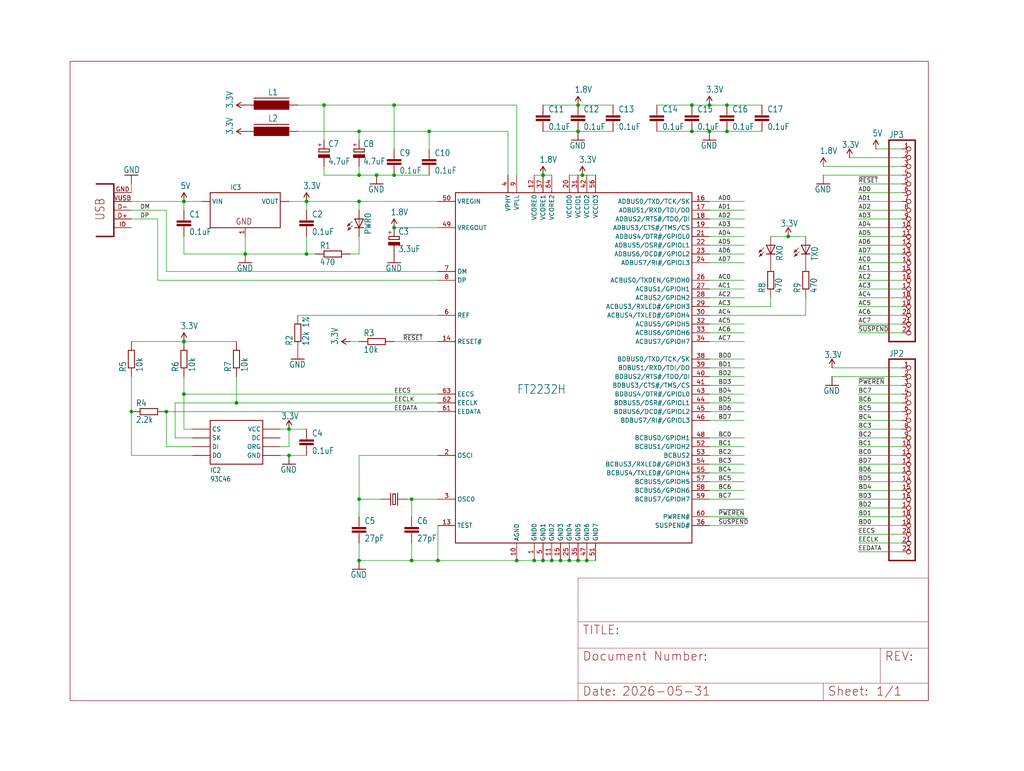
<source format=kicad_sch>
(kicad_sch (version 20230121) (generator eeschema)
  (paper "User" 297.002 223.571)
  (lib_symbols
    (symbol "working-eagle-import:1.8V" (power)
      (property "Value" "1.8V" (at -1.016 3.556 0))
      (symbol "1.8V_1_0"
        (pin power_in line (at 0 0 90) (length 2.54) (name "1.8V") (number "1"))
      )
    )
    (symbol "working-eagle-import:3.3V" (power)
      (property "Value" "3.3V" (at -1.016 3.556 0))
      (symbol "3.3V_1_0"
        (pin power_in line (at 0 0 90) (length 2.54) (name "3.3V") (number "1"))
      )
    )
    (symbol "working-eagle-import:5V" (power)
      (property "Value" "5V" (at -1.016 3.556 0))
      (symbol "5V_1_0"
        (pin power_in line (at 0 0 90) (length 2.54) (name "5V") (number "1"))
      )
    )
    (symbol "working-eagle-import:93C46"
      (property "Reference" "IC" (at -5.08 -7.62 0))
      (symbol "93C46_1_0"
        (pin bidirectional line (at -10.16 5.08 0) (length 5.08) (name "CS") (number "1"))
        (pin bidirectional line (at -10.16 2.54 0) (length 5.08) (name "SK") (number "2"))
        (pin bidirectional line (at -10.16 0 0) (length 5.08) (name "DI") (number "3"))
        (pin bidirectional line (at -10.16 -2.54 0) (length 5.08) (name "DO") (number "4"))
        (pin bidirectional line (at 15.24 -2.54 180) (length 5.08) (name "GND") (number "5"))
        (pin bidirectional line (at 15.24 0 180) (length 5.08) (name "ORG") (number "6"))
        (pin bidirectional line (at 15.24 2.54 180) (length 5.08) (name "DC") (number "7"))
        (pin bidirectional line (at 15.24 5.08 180) (length 5.08) (name "VCC") (number "8"))
      )
    )
    (symbol "working-eagle-import:CAPC805"
      (property "Reference" "C" (at 1.524 2.921 0))
      (symbol "CAPC805_1_0"
        (pin passive line (at 0 5.08 270) (length 2.54) (name "1") (number "1"))
        (pin passive line (at 0 -2.54 90) (length 2.54) (name "2") (number "2"))
      )
    )
    (symbol "working-eagle-import:CAP_POLSMC_A"
      (property "Reference" "C" (at 1.143 0.4826 0))
      (symbol "CAP_POLSMC_A_1_0"
        (text "+" (at -0.5842 0.4064 900) (effects (font (size 1.27 1.0795)) (justify left bottom)))
        (pin passive line (at 0 2.54 270) (length 2.54) (name "+") (number "+"))
        (pin passive line (at 0 -5.08 90) (length 2.54) (name "-") (number "-"))
      )
    )
    (symbol "working-eagle-import:CONN_USB"
      (symbol "CONN_USB_1_0"
        (text "USB" (at -2.54 -3.048 900) (effects (font (size 2.54 2.159)) (justify left bottom)))
        (pin bidirectional line (at 5.08 -2.54 180) (length 5.08) (name "D+") (number "D+"))
        (pin bidirectional line (at 5.08 0 180) (length 5.08) (name "D-") (number "D-"))
        (pin bidirectional line (at 5.08 5.08 180) (length 5.08) (name "GND") (number "GND"))
        (pin bidirectional line (at 5.08 -5.08 180) (length 5.08) (name "USBID") (number "ID"))
        (pin bidirectional line (at 5.08 2.54 180) (length 5.08) (name "VUSB") (number "VUSB"))
      )
      (symbol "CONN_USB_2_0"
        (pin tri_state line (at 0 -12.7 90) (length 5.08) (name "BODY@1") (number "BODY@1"))
        (pin tri_state line (at 5.08 -12.7 90) (length 5.08) (name "BODY@2") (number "BODY@2"))
        (pin tri_state line (at 5.08 12.7 270) (length 5.08) (name "BODY@3") (number "BODY@3"))
        (pin tri_state line (at 0 12.7 270) (length 5.08) (name "BODY@4") (number "BODY@4"))
      )
    )
    (symbol "working-eagle-import:CRYSTAL_212M_"
      (symbol "CRYSTAL_212M__1_0"
        (pin bidirectional line (at -3.81 0 0) (length 2.54) (name "X1") (number "1"))
        (pin bidirectional line (at 3.81 0 180) (length 2.54) (name "X2") (number "2"))
      )
    )
    (symbol "working-eagle-import:FERRITE_BEAD805"
      (property "Reference" "L" (at 2.54 6.35 0))
      (symbol "FERRITE_BEAD805_1_0"
        (pin passive line (at 0 7.62 270) (length 2.54) (name "1") (number "1"))
        (pin passive line (at 0 -7.62 90) (length 2.54) (name "2") (number "2"))
      )
    )
    (symbol "working-eagle-import:FT2232H"
      (symbol "FT2232H_1_0"
        (pin bidirectional line (at -7.62 -53.34 90) (length 5.08) (name "GND0") (number "1"))
        (pin bidirectional line (at -12.7 -53.34 90) (length 5.08) (name "AGND") (number "10"))
        (pin bidirectional line (at -2.54 -53.34 90) (length 5.08) (name "GND2") (number "11"))
        (pin bidirectional line (at -7.62 58.42 270) (length 5.08) (name "VCORE0") (number "12"))
        (pin bidirectional line (at -35.56 -43.18 0) (length 5.08) (name "TEST") (number "13"))
        (pin bidirectional line (at -35.56 10.16 0) (length 5.08) (name "RESET#") (number "14"))
        (pin bidirectional line (at 0 -53.34 90) (length 5.08) (name "GND3") (number "15"))
        (pin bidirectional line (at 43.18 50.8 180) (length 5.08) (name "ADBUS0/TXD/TCK/SK") (number "16"))
        (pin bidirectional line (at 43.18 48.26 180) (length 5.08) (name "ADBUS1/RXD/TDI/DO") (number "17"))
        (pin bidirectional line (at 43.18 45.72 180) (length 5.08) (name "ADBUS2/RTS#/TDO/DI") (number "18"))
        (pin bidirectional line (at 43.18 43.18 180) (length 5.08) (name "ADBUS3/CTS#/TMS/CS") (number "19"))
        (pin bidirectional line (at -35.56 -22.86 0) (length 5.08) (name "OSCI") (number "2"))
        (pin bidirectional line (at 2.54 58.42 270) (length 5.08) (name "VCCIO0") (number "20"))
        (pin bidirectional line (at 43.18 40.64 180) (length 5.08) (name "ADBUS4/DTR#/GPIOL0") (number "21"))
        (pin bidirectional line (at 43.18 38.1 180) (length 5.08) (name "ADBUS5/DSR#/GPIOL1") (number "22"))
        (pin bidirectional line (at 43.18 35.56 180) (length 5.08) (name "ADBUS6/DCD#/GPIOL2") (number "23"))
        (pin bidirectional line (at 43.18 33.02 180) (length 5.08) (name "ADBUS7/RI#/GPIOL3") (number "24"))
        (pin bidirectional line (at 2.54 -53.34 90) (length 5.08) (name "GND4") (number "25"))
        (pin bidirectional line (at 43.18 27.94 180) (length 5.08) (name "ACBUS0/TXDEN/GPIOH0") (number "26"))
        (pin bidirectional line (at 43.18 25.4 180) (length 5.08) (name "ACBUS1/GPIOH1") (number "27"))
        (pin bidirectional line (at 43.18 22.86 180) (length 5.08) (name "ACBUS2/GPIOH2") (number "28"))
        (pin bidirectional line (at 43.18 20.32 180) (length 5.08) (name "ACBUS3/RXLED#/GPIOH3") (number "29"))
        (pin bidirectional line (at -35.56 -35.56 0) (length 5.08) (name "OSC0") (number "3"))
        (pin bidirectional line (at 43.18 17.78 180) (length 5.08) (name "ACBUS4/TXLED#/GPIOH4") (number "30"))
        (pin bidirectional line (at 5.08 58.42 270) (length 5.08) (name "VCCIO1") (number "31"))
        (pin bidirectional line (at 43.18 15.24 180) (length 5.08) (name "ACBUS5/GPIOH5") (number "32"))
        (pin bidirectional line (at 43.18 12.7 180) (length 5.08) (name "ACBUS6/GPIOH6") (number "33"))
        (pin bidirectional line (at 43.18 10.16 180) (length 5.08) (name "ACBUS7/GPIOH7") (number "34"))
        (pin bidirectional line (at 5.08 -53.34 90) (length 5.08) (name "GND5") (number "35"))
        (pin bidirectional line (at 43.18 -43.18 180) (length 5.08) (name "SUSPEND#") (number "36"))
        (pin bidirectional line (at -5.08 58.42 270) (length 5.08) (name "VCORE1") (number "37"))
        (pin bidirectional line (at 43.18 5.08 180) (length 5.08) (name "BDBUS0/TXD/TCK/SK") (number "38"))
        (pin bidirectional line (at 43.18 2.54 180) (length 5.08) (name "BDBUS1/RXD/TDI/DO") (number "39"))
        (pin bidirectional line (at -15.24 58.42 270) (length 5.08) (name "VPHY") (number "4"))
        (pin bidirectional line (at 43.18 0 180) (length 5.08) (name "BDBUS2/RTS#/TDO/DI") (number "40"))
        (pin bidirectional line (at 43.18 -2.54 180) (length 5.08) (name "BDBUS3/CTS#/TMS/CS") (number "41"))
        (pin bidirectional line (at 7.62 58.42 270) (length 5.08) (name "VCCIO2") (number "42"))
        (pin bidirectional line (at 43.18 -5.08 180) (length 5.08) (name "BDBUS4/DTR#/GPIOL0") (number "43"))
        (pin bidirectional line (at 43.18 -7.62 180) (length 5.08) (name "BDBUS5/DSR#/GPIOL1") (number "44"))
        (pin bidirectional line (at 43.18 -10.16 180) (length 5.08) (name "BDBUS6/DCD#/GPIOL2") (number "45"))
        (pin bidirectional line (at 43.18 -12.7 180) (length 5.08) (name "BDBUS7/RI#/GPIOL3") (number "46"))
        (pin bidirectional line (at 7.62 -53.34 90) (length 5.08) (name "GND6") (number "47"))
        (pin bidirectional line (at 43.18 -17.78 180) (length 5.08) (name "BCBUS0/GPIOH1") (number "48"))
        (pin bidirectional line (at -35.56 43.18 0) (length 5.08) (name "VREGOUT") (number "49"))
        (pin bidirectional line (at -5.08 -53.34 90) (length 5.08) (name "GND1") (number "5"))
        (pin bidirectional line (at -35.56 50.8 0) (length 5.08) (name "VREGIN") (number "50"))
        (pin bidirectional line (at 10.16 -53.34 90) (length 5.08) (name "GND7") (number "51"))
        (pin bidirectional line (at 43.18 -20.32 180) (length 5.08) (name "BCBUS1/GPIOH2") (number "52"))
        (pin bidirectional line (at 43.18 -22.86 180) (length 5.08) (name "BCBUS2") (number "53"))
        (pin bidirectional line (at 43.18 -25.4 180) (length 5.08) (name "BCBUS3/RXLED#/GPIOH3") (number "54"))
        (pin bidirectional line (at 43.18 -27.94 180) (length 5.08) (name "BCBUS4/TXLED#/GPIOH4") (number "55"))
        (pin bidirectional line (at 10.16 58.42 270) (length 5.08) (name "VCCIO3") (number "56"))
        (pin bidirectional line (at 43.18 -30.48 180) (length 5.08) (name "BCBUS5/GPIOH5") (number "57"))
        (pin bidirectional line (at 43.18 -33.02 180) (length 5.08) (name "BCBUS6/GPIOH6") (number "58"))
        (pin bidirectional line (at 43.18 -35.56 180) (length 5.08) (name "BCBUS7/GPIOH7") (number "59"))
        (pin bidirectional line (at -35.56 17.78 0) (length 5.08) (name "REF") (number "6"))
        (pin bidirectional line (at 43.18 -40.64 180) (length 5.08) (name "PWREN#") (number "60"))
        (pin bidirectional line (at -35.56 -10.16 0) (length 5.08) (name "EEDATA") (number "61"))
        (pin bidirectional line (at -35.56 -7.62 0) (length 5.08) (name "EECLK") (number "62"))
        (pin bidirectional line (at -35.56 -5.08 0) (length 5.08) (name "EECS") (number "63"))
        (pin bidirectional line (at -2.54 58.42 270) (length 5.08) (name "VCORE2") (number "64"))
        (pin bidirectional line (at -35.56 30.48 0) (length 5.08) (name "DM") (number "7"))
        (pin bidirectional line (at -35.56 27.94 0) (length 5.08) (name "DP") (number "8"))
        (pin bidirectional line (at -12.7 58.42 270) (length 5.08) (name "VPLL") (number "9"))
      )
    )
    (symbol "working-eagle-import:GND" (power)
      (property "Value" "GND" (at -2.54 -2.54 0))
      (symbol "GND_1_0"
        (pin power_in line (at 0 2.54 270) (length 2.54) (name "GND") (number "1"))
      )
    )
    (symbol "working-eagle-import:LD1117-3.3SOT223"
      (property "Reference" "VREG" (at -10.16 12.7 0))
      (symbol "LD1117-3.3SOT223_1_0"
        (text "GND" (at -2.794 0.762 0) (effects (font (size 1.778 1.5113)) (justify left bottom)))
        (pin bidirectional line (at 0 -2.54 90) (length 2.54) (name "GND") (number "1"))
        (pin bidirectional line (at 12.7 7.62 180) (length 2.54) (name "VOUT") (number "2"))
        (pin bidirectional line (at -12.7 7.62 0) (length 2.54) (name "VIN") (number "3"))
      )
    )
    (symbol "working-eagle-import:LED805"
      (property "Reference" "LED" (at 3.556 -4.572 90))
      (symbol "LED805_1_0"
        (pin passive line (at 0 2.54 270) (length 2.54) (name "A") (number "A"))
        (pin passive line (at 0 -5.08 90) (length 2.54) (name "C") (number "C"))
      )
    )
    (symbol "working-eagle-import:LETTER_L"
      (symbol "LETTER_L_2_0"
        (text "${#}/${##}" (at 86.36 1.27 0) (effects (font (size 2.54 2.54)) (justify left bottom)))
        (text "${CURRENT_DATE}" (at 12.7 1.27 0) (effects (font (size 2.54 2.54)) (justify left bottom)))
        (text "${PROJECTNAME}" (at 17.78 19.05 0) (effects (font (size 2.54 2.54)) (justify left bottom)))
        (text "Date:" (at 1.27 1.27 0) (effects (font (size 2.54 2.54)) (justify left bottom)))
        (text "Document Number:" (at 1.27 11.43 0) (effects (font (size 2.54 2.54)) (justify left bottom)))
        (text "REV:" (at 88.9 11.43 0) (effects (font (size 2.54 2.54)) (justify left bottom)))
        (text "Sheet:" (at 72.39 1.27 0) (effects (font (size 2.54 2.54)) (justify left bottom)))
        (text "TITLE:" (at 1.27 19.05 0) (effects (font (size 2.54 2.54)) (justify left bottom)))
      )
    )
    (symbol "working-eagle-import:PINHD-1X22"
      (property "Reference" "JP" (at -6.35 28.575 0))
      (symbol "PINHD-1X22_1_0"
        (pin passive inverted (at -2.54 25.4 0) (length 2.54) (name "1") (number "1"))
        (pin passive inverted (at -2.54 2.54 0) (length 2.54) (name "10") (number "10"))
        (pin passive inverted (at -2.54 0 0) (length 2.54) (name "11") (number "11"))
        (pin passive inverted (at -2.54 -2.54 0) (length 2.54) (name "12") (number "12"))
        (pin passive inverted (at -2.54 -5.08 0) (length 2.54) (name "13") (number "13"))
        (pin passive inverted (at -2.54 -7.62 0) (length 2.54) (name "14") (number "14"))
        (pin passive inverted (at -2.54 -10.16 0) (length 2.54) (name "15") (number "15"))
        (pin passive inverted (at -2.54 -12.7 0) (length 2.54) (name "16") (number "16"))
        (pin passive inverted (at -2.54 -15.24 0) (length 2.54) (name "17") (number "17"))
        (pin passive inverted (at -2.54 -17.78 0) (length 2.54) (name "18") (number "18"))
        (pin passive inverted (at -2.54 -20.32 0) (length 2.54) (name "19") (number "19"))
        (pin passive inverted (at -2.54 22.86 0) (length 2.54) (name "2") (number "2"))
        (pin passive inverted (at -2.54 -22.86 0) (length 2.54) (name "20") (number "20"))
        (pin passive inverted (at -2.54 -25.4 0) (length 2.54) (name "21") (number "21"))
        (pin passive inverted (at -2.54 -27.94 0) (length 2.54) (name "22") (number "22"))
        (pin passive inverted (at -2.54 20.32 0) (length 2.54) (name "3") (number "3"))
        (pin passive inverted (at -2.54 17.78 0) (length 2.54) (name "4") (number "4"))
        (pin passive inverted (at -2.54 15.24 0) (length 2.54) (name "5") (number "5"))
        (pin passive inverted (at -2.54 12.7 0) (length 2.54) (name "6") (number "6"))
        (pin passive inverted (at -2.54 10.16 0) (length 2.54) (name "7") (number "7"))
        (pin passive inverted (at -2.54 7.62 0) (length 2.54) (name "8") (number "8"))
        (pin passive inverted (at -2.54 5.08 0) (length 2.54) (name "9") (number "9"))
      )
    )
    (symbol "working-eagle-import:RESISTORR805"
      (property "Reference" "R" (at -3.81 1.4986 0))
      (symbol "RESISTORR805_1_0"
        (pin passive line (at -5.08 0 0) (length 2.54) (name "1") (number "1"))
        (pin passive line (at 5.08 0 180) (length 2.54) (name "2") (number "2"))
      )
    )
  )
  (junction (at 200.66 38.1))
  (junction (at 83.82 132.08))
  (junction (at 162.56 162.56))
  (junction (at 167.64 30.48))
  (junction (at 38.1 119.38))
  (junction (at 168.91 50.8))
  (junction (at 119.38 144.78))
  (junction (at 53.34 58.42))
  (junction (at 124.46 38.1))
  (junction (at 53.34 114.3))
  (junction (at 104.14 144.78))
  (junction (at 157.48 162.56))
  (junction (at 157.48 50.8))
  (junction (at 104.14 58.42))
  (junction (at 109.22 50.8))
  (junction (at 167.64 38.1))
  (junction (at 114.3 30.48))
  (junction (at 205.74 38.1))
  (junction (at 71.12 73.66))
  (junction (at 83.82 124.46))
  (junction (at 167.64 162.56))
  (junction (at 149.86 162.56))
  (junction (at 205.74 30.48))
  (junction (at 160.02 162.56))
  (junction (at 104.14 38.1))
  (junction (at 228.6 68.58))
  (junction (at 210.82 38.1))
  (junction (at 114.3 66.04))
  (junction (at 104.14 50.8))
  (junction (at 210.82 30.48))
  (junction (at 200.66 30.48))
  (junction (at 88.9 73.66))
  (junction (at 48.26 119.38))
  (junction (at 93.98 30.48))
  (junction (at 127 162.56))
  (junction (at 53.34 99.06))
  (junction (at 165.1 162.56))
  (junction (at 88.9 58.42))
  (junction (at 119.38 162.56))
  (junction (at 154.94 162.56))
  (junction (at 170.18 162.56))
  (junction (at 104.14 162.56))
  (junction (at 68.58 116.84))
  (junction (at 114.3 50.8))
  (wire (pts (xy 205.74 119.38) (xy 215.9 119.38)) (stroke (width 0.1524)))
  (wire (pts (xy 205.74 88.9) (xy 223.52 88.9)) (stroke (width 0.1524)))
  (wire (pts (xy 170.18 50.8) (xy 172.72 50.8)) (stroke (width 0.1524)))
  (wire (pts (xy 53.34 109.22) (xy 53.34 114.3)) (stroke (width 0.1524)))
  (wire (pts (xy 261.62 45.72) (xy 246.38 45.72)) (stroke (width 0.1524)))
  (wire (pts (xy 147.32 38.1) (xy 147.32 50.8)) (stroke (width 0.1524)))
  (wire (pts (xy 53.34 99.06) (xy 68.58 99.06)) (stroke (width 0.1524)))
  (wire (pts (xy 149.86 30.48) (xy 149.86 50.8)) (stroke (width 0.1524)))
  (wire (pts (xy 83.82 132.08) (xy 81.28 132.08)) (stroke (width 0.1524)))
  (wire (pts (xy 127 99.06) (xy 114.3 99.06)) (stroke (width 0.1524)))
  (wire (pts (xy 127 116.84) (xy 68.58 116.84)) (stroke (width 0.1524)))
  (wire (pts (xy 248.92 111.76) (xy 261.62 111.76)) (stroke (width 0.1524)))
  (wire (pts (xy 205.74 63.5) (xy 215.9 63.5)) (stroke (width 0.1524)))
  (wire (pts (xy 223.52 68.58) (xy 228.6 68.58)) (stroke (width 0.1524)))
  (wire (pts (xy 205.74 81.28) (xy 215.9 81.28)) (stroke (width 0.1524)))
  (wire (pts (xy 68.58 109.22) (xy 68.58 116.84)) (stroke (width 0.1524)))
  (wire (pts (xy 205.74 73.66) (xy 215.9 73.66)) (stroke (width 0.1524)))
  (wire (pts (xy 68.58 116.84) (xy 50.8 116.84)) (stroke (width 0.1524)))
  (wire (pts (xy 53.34 73.66) (xy 71.12 73.66)) (stroke (width 0.1524)))
  (wire (pts (xy 45.72 81.28) (xy 45.72 63.5)) (stroke (width 0.1524)))
  (wire (pts (xy 154.94 50.8) (xy 157.48 50.8)) (stroke (width 0.1524)))
  (wire (pts (xy 101.6 99.06) (xy 104.14 99.06)) (stroke (width 0.1524)))
  (wire (pts (xy 261.62 48.26) (xy 238.76 48.26)) (stroke (width 0.1524)))
  (wire (pts (xy 88.9 73.66) (xy 88.9 68.58)) (stroke (width 0.1524)))
  (wire (pts (xy 261.62 91.44) (xy 248.92 91.44)) (stroke (width 0.1524)))
  (wire (pts (xy 205.74 132.08) (xy 215.9 132.08)) (stroke (width 0.1524)))
  (wire (pts (xy 241.3 109.22) (xy 261.62 109.22)) (stroke (width 0.1524)))
  (wire (pts (xy 261.62 50.8) (xy 238.76 50.8)) (stroke (width 0.1524)))
  (wire (pts (xy 53.34 124.46) (xy 55.88 124.46)) (stroke (width 0.1524)))
  (wire (pts (xy 53.34 60.96) (xy 53.34 58.42)) (stroke (width 0.1524)))
  (wire (pts (xy 127 78.74) (xy 48.26 78.74)) (stroke (width 0.1524)))
  (wire (pts (xy 119.38 157.48) (xy 119.38 162.56)) (stroke (width 0.1524)))
  (wire (pts (xy 104.14 48.26) (xy 104.14 50.8)) (stroke (width 0.1524)))
  (wire (pts (xy 205.74 104.14) (xy 215.9 104.14)) (stroke (width 0.1524)))
  (wire (pts (xy 205.74 93.98) (xy 215.9 93.98)) (stroke (width 0.1524)))
  (wire (pts (xy 248.92 127) (xy 261.62 127)) (stroke (width 0.1524)))
  (wire (pts (xy 154.94 162.56) (xy 157.48 162.56)) (stroke (width 0.1524)))
  (wire (pts (xy 104.14 68.58) (xy 104.14 73.66)) (stroke (width 0.1524)))
  (wire (pts (xy 248.92 137.16) (xy 261.62 137.16)) (stroke (width 0.1524)))
  (wire (pts (xy 205.74 129.54) (xy 215.9 129.54)) (stroke (width 0.1524)))
  (wire (pts (xy 38.1 119.38) (xy 38.1 132.08)) (stroke (width 0.1524)))
  (wire (pts (xy 210.82 38.1) (xy 205.74 38.1)) (stroke (width 0.1524)))
  (wire (pts (xy 104.14 40.64) (xy 104.14 38.1)) (stroke (width 0.1524)))
  (wire (pts (xy 205.74 116.84) (xy 215.9 116.84)) (stroke (width 0.1524)))
  (wire (pts (xy 261.62 60.96) (xy 248.92 60.96)) (stroke (width 0.1524)))
  (wire (pts (xy 248.92 160.02) (xy 261.62 160.02)) (stroke (width 0.1524)))
  (wire (pts (xy 205.74 121.92) (xy 215.9 121.92)) (stroke (width 0.1524)))
  (wire (pts (xy 261.62 83.82) (xy 248.92 83.82)) (stroke (width 0.1524)))
  (wire (pts (xy 58.42 58.42) (xy 53.34 58.42)) (stroke (width 0.1524)))
  (wire (pts (xy 200.66 30.48) (xy 205.74 30.48)) (stroke (width 0.1524)))
  (wire (pts (xy 220.98 30.48) (xy 210.82 30.48)) (stroke (width 0.1524)))
  (wire (pts (xy 167.64 38.1) (xy 177.8 38.1)) (stroke (width 0.1524)))
  (wire (pts (xy 205.74 83.82) (xy 215.9 83.82)) (stroke (width 0.1524)))
  (wire (pts (xy 205.74 76.2) (xy 215.9 76.2)) (stroke (width 0.1524)))
  (wire (pts (xy 104.14 157.48) (xy 104.14 162.56)) (stroke (width 0.1524)))
  (wire (pts (xy 261.62 157.48) (xy 248.92 157.48)) (stroke (width 0.1524)))
  (wire (pts (xy 261.62 43.18) (xy 254 43.18)) (stroke (width 0.1524)))
  (wire (pts (xy 261.62 86.36) (xy 248.92 86.36)) (stroke (width 0.1524)))
  (wire (pts (xy 104.14 132.08) (xy 104.14 144.78)) (stroke (width 0.1524)))
  (wire (pts (xy 104.14 73.66) (xy 101.6 73.66)) (stroke (width 0.1524)))
  (wire (pts (xy 48.26 129.54) (xy 48.26 119.38)) (stroke (width 0.1524)))
  (wire (pts (xy 248.92 116.84) (xy 261.62 116.84)) (stroke (width 0.1524)))
  (wire (pts (xy 71.12 73.66) (xy 88.9 73.66)) (stroke (width 0.1524)))
  (wire (pts (xy 50.8 116.84) (xy 50.8 127)) (stroke (width 0.1524)))
  (wire (pts (xy 205.74 96.52) (xy 215.9 96.52)) (stroke (width 0.1524)))
  (wire (pts (xy 261.62 58.42) (xy 248.92 58.42)) (stroke (width 0.1524)))
  (wire (pts (xy 119.38 144.78) (xy 118.11 144.78)) (stroke (width 0.1524)))
  (wire (pts (xy 127 58.42) (xy 104.14 58.42)) (stroke (width 0.1524)))
  (wire (pts (xy 261.62 88.9) (xy 248.92 88.9)) (stroke (width 0.1524)))
  (wire (pts (xy 165.1 162.56) (xy 167.64 162.56)) (stroke (width 0.1524)))
  (wire (pts (xy 55.88 132.08) (xy 38.1 132.08)) (stroke (width 0.1524)))
  (wire (pts (xy 165.1 50.8) (xy 167.64 50.8)) (stroke (width 0.1524)))
  (wire (pts (xy 124.46 38.1) (xy 147.32 38.1)) (stroke (width 0.1524)))
  (wire (pts (xy 93.98 50.8) (xy 104.14 50.8)) (stroke (width 0.1524)))
  (wire (pts (xy 162.56 162.56) (xy 165.1 162.56)) (stroke (width 0.1524)))
  (wire (pts (xy 50.8 127) (xy 55.88 127)) (stroke (width 0.1524)))
  (wire (pts (xy 205.74 111.76) (xy 215.9 111.76)) (stroke (width 0.1524)))
  (wire (pts (xy 205.74 68.58) (xy 215.9 68.58)) (stroke (width 0.1524)))
  (wire (pts (xy 127 144.78) (xy 119.38 144.78)) (stroke (width 0.1524)))
  (wire (pts (xy 248.92 132.08) (xy 261.62 132.08)) (stroke (width 0.1524)))
  (wire (pts (xy 248.92 149.86) (xy 261.62 149.86)) (stroke (width 0.1524)))
  (wire (pts (xy 248.92 129.54) (xy 261.62 129.54)) (stroke (width 0.1524)))
  (wire (pts (xy 205.74 137.16) (xy 215.9 137.16)) (stroke (width 0.1524)))
  (wire (pts (xy 205.74 144.78) (xy 215.9 144.78)) (stroke (width 0.1524)))
  (wire (pts (xy 127 152.4) (xy 127 162.56)) (stroke (width 0.1524)))
  (wire (pts (xy 248.92 152.4) (xy 261.62 152.4)) (stroke (width 0.1524)))
  (wire (pts (xy 261.62 78.74) (xy 248.92 78.74)) (stroke (width 0.1524)))
  (wire (pts (xy 38.1 60.96) (xy 48.26 60.96)) (stroke (width 0.1524)))
  (wire (pts (xy 81.28 129.54) (xy 83.82 129.54)) (stroke (width 0.1524)))
  (wire (pts (xy 38.1 99.06) (xy 53.34 99.06)) (stroke (width 0.1524)))
  (wire (pts (xy 127 114.3) (xy 53.34 114.3)) (stroke (width 0.1524)))
  (wire (pts (xy 205.74 142.24) (xy 215.9 142.24)) (stroke (width 0.1524)))
  (wire (pts (xy 93.98 48.26) (xy 93.98 50.8)) (stroke (width 0.1524)))
  (wire (pts (xy 205.74 106.68) (xy 215.9 106.68)) (stroke (width 0.1524)))
  (wire (pts (xy 248.92 119.38) (xy 261.62 119.38)) (stroke (width 0.1524)))
  (wire (pts (xy 205.74 139.7) (xy 215.9 139.7)) (stroke (width 0.1524)))
  (wire (pts (xy 167.64 50.8) (xy 168.91 50.8)) (stroke (width 0.1524)))
  (wire (pts (xy 127 119.38) (xy 48.26 119.38)) (stroke (width 0.1524)))
  (wire (pts (xy 261.62 76.2) (xy 248.92 76.2)) (stroke (width 0.1524)))
  (wire (pts (xy 104.14 149.86) (xy 104.14 144.78)) (stroke (width 0.1524)))
  (wire (pts (xy 88.9 124.46) (xy 83.82 124.46)) (stroke (width 0.1524)))
  (wire (pts (xy 261.62 71.12) (xy 248.92 71.12)) (stroke (width 0.1524)))
  (wire (pts (xy 205.74 134.62) (xy 215.9 134.62)) (stroke (width 0.1524)))
  (wire (pts (xy 93.98 30.48) (xy 114.3 30.48)) (stroke (width 0.1524)))
  (wire (pts (xy 261.62 73.66) (xy 248.92 73.66)) (stroke (width 0.1524)))
  (wire (pts (xy 205.74 114.3) (xy 215.9 114.3)) (stroke (width 0.1524)))
  (wire (pts (xy 248.92 124.46) (xy 261.62 124.46)) (stroke (width 0.1524)))
  (wire (pts (xy 83.82 124.46) (xy 81.28 124.46)) (stroke (width 0.1524)))
  (wire (pts (xy 149.86 162.56) (xy 154.94 162.56)) (stroke (width 0.1524)))
  (wire (pts (xy 88.9 132.08) (xy 83.82 132.08)) (stroke (width 0.1524)))
  (wire (pts (xy 157.48 50.8) (xy 160.02 50.8)) (stroke (width 0.1524)))
  (wire (pts (xy 205.74 58.42) (xy 215.9 58.42)) (stroke (width 0.1524)))
  (wire (pts (xy 55.88 129.54) (xy 48.26 129.54)) (stroke (width 0.1524)))
  (wire (pts (xy 248.92 134.62) (xy 261.62 134.62)) (stroke (width 0.1524)))
  (wire (pts (xy 71.12 68.58) (xy 71.12 73.66)) (stroke (width 0.1524)))
  (wire (pts (xy 205.74 60.96) (xy 215.9 60.96)) (stroke (width 0.1524)))
  (wire (pts (xy 86.36 38.1) (xy 104.14 38.1)) (stroke (width 0.1524)))
  (wire (pts (xy 83.82 58.42) (xy 88.9 58.42)) (stroke (width 0.1524)))
  (wire (pts (xy 205.74 127) (xy 215.9 127)) (stroke (width 0.1524)))
  (wire (pts (xy 157.48 162.56) (xy 160.02 162.56)) (stroke (width 0.1524)))
  (wire (pts (xy 160.02 162.56) (xy 162.56 162.56)) (stroke (width 0.1524)))
  (wire (pts (xy 119.38 149.86) (xy 119.38 144.78)) (stroke (width 0.1524)))
  (wire (pts (xy 157.48 30.48) (xy 167.64 30.48)) (stroke (width 0.1524)))
  (wire (pts (xy 205.74 149.86) (xy 215.9 149.86)) (stroke (width 0.1524)))
  (wire (pts (xy 127 91.44) (xy 86.36 91.44)) (stroke (width 0.1524)))
  (wire (pts (xy 53.34 114.3) (xy 53.34 124.46)) (stroke (width 0.1524)))
  (wire (pts (xy 104.14 144.78) (xy 110.49 144.78)) (stroke (width 0.1524)))
  (wire (pts (xy 205.74 109.22) (xy 215.9 109.22)) (stroke (width 0.1524)))
  (wire (pts (xy 48.26 78.74) (xy 48.26 60.96)) (stroke (width 0.1524)))
  (wire (pts (xy 190.5 38.1) (xy 200.66 38.1)) (stroke (width 0.1524)))
  (wire (pts (xy 104.14 50.8) (xy 109.22 50.8)) (stroke (width 0.1524)))
  (wire (pts (xy 261.62 55.88) (xy 248.92 55.88)) (stroke (width 0.1524)))
  (wire (pts (xy 205.74 66.04) (xy 215.9 66.04)) (stroke (width 0.1524)))
  (wire (pts (xy 248.92 121.92) (xy 261.62 121.92)) (stroke (width 0.1524)))
  (wire (pts (xy 233.68 91.44) (xy 233.68 86.36)) (stroke (width 0.1524)))
  (wire (pts (xy 248.92 144.78) (xy 261.62 144.78)) (stroke (width 0.1524)))
  (wire (pts (xy 248.92 139.7) (xy 261.62 139.7)) (stroke (width 0.1524)))
  (wire (pts (xy 168.91 50.8) (xy 170.18 50.8)) (stroke (width 0.1524)))
  (wire (pts (xy 170.18 162.56) (xy 172.72 162.56)) (stroke (width 0.1524)))
  (wire (pts (xy 261.62 53.34) (xy 248.92 53.34)) (stroke (width 0.1524)))
  (wire (pts (xy 167.64 162.56) (xy 170.18 162.56)) (stroke (width 0.1524)))
  (wire (pts (xy 91.44 73.66) (xy 88.9 73.66)) (stroke (width 0.1524)))
  (wire (pts (xy 53.34 68.58) (xy 53.34 73.66)) (stroke (width 0.1524)))
  (wire (pts (xy 38.1 63.5) (xy 45.72 63.5)) (stroke (width 0.1524)))
  (wire (pts (xy 228.6 68.58) (xy 233.68 68.58)) (stroke (width 0.1524)))
  (wire (pts (xy 93.98 40.64) (xy 93.98 30.48)) (stroke (width 0.1524)))
  (wire (pts (xy 177.8 30.48) (xy 167.64 30.48)) (stroke (width 0.1524)))
  (wire (pts (xy 119.38 162.56) (xy 127 162.56)) (stroke (width 0.1524)))
  (wire (pts (xy 104.14 60.96) (xy 104.14 58.42)) (stroke (width 0.1524)))
  (wire (pts (xy 83.82 129.54) (xy 83.82 124.46)) (stroke (width 0.1524)))
  (wire (pts (xy 261.62 81.28) (xy 248.92 81.28)) (stroke (width 0.1524)))
  (wire (pts (xy 88.9 60.96) (xy 88.9 58.42)) (stroke (width 0.1524)))
  (wire (pts (xy 38.1 109.22) (xy 38.1 119.38)) (stroke (width 0.1524)))
  (wire (pts (xy 86.36 30.48) (xy 93.98 30.48)) (stroke (width 0.1524)))
  (wire (pts (xy 114.3 66.04) (xy 127 66.04)) (stroke (width 0.1524)))
  (wire (pts (xy 114.3 50.8) (xy 109.22 50.8)) (stroke (width 0.1524)))
  (wire (pts (xy 104.14 162.56) (xy 119.38 162.56)) (stroke (width 0.1524)))
  (wire (pts (xy 205.74 152.4) (xy 215.9 152.4)) (stroke (width 0.1524)))
  (wire (pts (xy 248.92 114.3) (xy 261.62 114.3)) (stroke (width 0.1524)))
  (wire (pts (xy 261.62 68.58) (xy 248.92 68.58)) (stroke (width 0.1524)))
  (wire (pts (xy 261.62 96.52) (xy 248.92 96.52)) (stroke (width 0.1524)))
  (wire (pts (xy 205.74 99.06) (xy 215.9 99.06)) (stroke (width 0.1524)))
  (wire (pts (xy 261.62 154.94) (xy 248.92 154.94)) (stroke (width 0.1524)))
  (wire (pts (xy 261.62 106.68) (xy 241.3 106.68)) (stroke (width 0.1524)))
  (wire (pts (xy 248.92 142.24) (xy 261.62 142.24)) (stroke (width 0.1524)))
  (wire (pts (xy 205.74 91.44) (xy 233.68 91.44)) (stroke (width 0.1524)))
  (wire (pts (xy 127 132.08) (xy 104.14 132.08)) (stroke (width 0.1524)))
  (wire (pts (xy 261.62 66.04) (xy 248.92 66.04)) (stroke (width 0.1524)))
  (wire (pts (xy 205.74 30.48) (xy 210.82 30.48)) (stroke (width 0.1524)))
  (wire (pts (xy 261.62 93.98) (xy 248.92 93.98)) (stroke (width 0.1524)))
  (wire (pts (xy 124.46 50.8) (xy 114.3 50.8)) (stroke (width 0.1524)))
  (wire (pts (xy 38.1 58.42) (xy 53.34 58.42)) (stroke (width 0.1524)))
  (wire (pts (xy 200.66 30.48) (xy 190.5 30.48)) (stroke (width 0.1524)))
  (wire (pts (xy 223.52 88.9) (xy 223.52 86.36)) (stroke (width 0.1524)))
  (wire (pts (xy 104.14 38.1) (xy 124.46 38.1)) (stroke (width 0.1524)))
  (wire (pts (xy 210.82 38.1) (xy 220.98 38.1)) (stroke (width 0.1524)))
  (wire (pts (xy 261.62 63.5) (xy 248.92 63.5)) (stroke (width 0.1524)))
  (wire (pts (xy 205.74 71.12) (xy 215.9 71.12)) (stroke (width 0.1524)))
  (wire (pts (xy 205.74 38.1) (xy 200.66 38.1)) (stroke (width 0.1524)))
  (wire (pts (xy 248.92 147.32) (xy 261.62 147.32)) (stroke (width 0.1524)))
  (wire (pts (xy 127 81.28) (xy 45.72 81.28)) (stroke (width 0.1524)))
  (wire (pts (xy 124.46 43.18) (xy 124.46 38.1)) (stroke (width 0.1524)))
  (wire (pts (xy 104.14 58.42) (xy 88.9 58.42)) (stroke (width 0.1524)))
  (wire (pts (xy 157.48 38.1) (xy 167.64 38.1)) (stroke (width 0.1524)))
  (wire (pts (xy 205.74 86.36) (xy 215.9 86.36)) (stroke (width 0.1524)))
  (wire (pts (xy 38.1 53.34) (xy 38.1 55.88)) (stroke (width 0.1524)))
  (wire (pts (xy 114.3 43.18) (xy 114.3 30.48)) (stroke (width 0.1524)))
  (wire (pts (xy 114.3 30.48) (xy 149.86 30.48)) (stroke (width 0.1524)))
  (wire (pts (xy 127 162.56) (xy 149.86 162.56)) (stroke (width 0.1524)))
  (label "BC3" (at 248.92 124.46 0) (effects (font (size 1.2446 1.2446))))
  (label "BC7" (at 248.92 114.3 0) (effects (font (size 1.2446 1.2446))))
  (label "EEDATA" (at 248.92 160.02 0) (effects (font (size 1.2446 1.2446))))
  (label "AD3" (at 208.28 66.04 0) (effects (font (size 1.2446 1.2446))))
  (label "~{SUSPEND}" (at 208.28 152.4 0) (effects (font (size 1.2446 1.2446))))
  (label "AD3" (at 248.92 63.5 0) (effects (font (size 1.2446 1.2446))))
  (label "AC2" (at 208.28 86.36 0) (effects (font (size 1.2446 1.2446))))
  (label "EECLK" (at 114.3 116.84 0) (effects (font (size 1.2446 1.2446))))
  (label "AD0" (at 208.28 58.42 0) (effects (font (size 1.2446 1.2446))))
  (label "BD7" (at 248.92 134.62 0) (effects (font (size 1.2446 1.2446))))
  (label "BD2" (at 208.28 109.22 0) (effects (font (size 1.2446 1.2446))))
  (label "BD2" (at 248.92 147.32 0) (effects (font (size 1.2446 1.2446))))
  (label "BD3" (at 248.92 144.78 0) (effects (font (size 1.2446 1.2446))))
  (label "BD4" (at 248.92 142.24 0) (effects (font (size 1.2446 1.2446))))
  (label "BD1" (at 248.92 149.86 0) (effects (font (size 1.2446 1.2446))))
  (label "DP" (at 40.64 63.5 0) (effects (font (size 1.2446 1.2446))))
  (label "~{RESET}" (at 116.84 99.06 0) (effects (font (size 1.2446 1.2446))))
  (label "AD1" (at 208.28 60.96 0) (effects (font (size 1.2446 1.2446))))
  (label "AD5" (at 208.28 71.12 0) (effects (font (size 1.2446 1.2446))))
  (label "AD7" (at 208.28 76.2 0) (effects (font (size 1.2446 1.2446))))
  (label "AC5" (at 248.92 88.9 0) (effects (font (size 1.2446 1.2446))))
  (label "BD0" (at 248.92 152.4 0) (effects (font (size 1.2446 1.2446))))
  (label "AD4" (at 248.92 66.04 0) (effects (font (size 1.2446 1.2446))))
  (label "BC5" (at 248.92 119.38 0) (effects (font (size 1.2446 1.2446))))
  (label "BC2" (at 208.28 132.08 0) (effects (font (size 1.2446 1.2446))))
  (label "AD5" (at 248.92 68.58 0) (effects (font (size 1.2446 1.2446))))
  (label "BD0" (at 208.28 104.14 0) (effects (font (size 1.2446 1.2446))))
  (label "BC1" (at 208.28 129.54 0) (effects (font (size 1.2446 1.2446))))
  (label "DM" (at 40.64 60.96 0) (effects (font (size 1.2446 1.2446))))
  (label "~{PWEREN}" (at 248.92 111.76 0) (effects (font (size 1.2446 1.2446))))
  (label "~{RESET}" (at 248.92 53.34 0) (effects (font (size 1.2446 1.2446))))
  (label "~{PWEREN}" (at 208.28 149.86 0) (effects (font (size 1.2446 1.2446))))
  (label "EECS" (at 248.92 154.94 0) (effects (font (size 1.2446 1.2446))))
  (label "AC7" (at 208.28 99.06 0) (effects (font (size 1.2446 1.2446))))
  (label "BC2" (at 248.92 127 0) (effects (font (size 1.2446 1.2446))))
  (label "BD6" (at 248.92 137.16 0) (effects (font (size 1.2446 1.2446))))
  (label "BC6" (at 208.28 142.24 0) (effects (font (size 1.2446 1.2446))))
  (label "AC3" (at 208.28 88.9 0) (effects (font (size 1.2446 1.2446))))
  (label "AD2" (at 208.28 63.5 0) (effects (font (size 1.2446 1.2446))))
  (label "BC3" (at 208.28 134.62 0) (effects (font (size 1.2446 1.2446))))
  (label "BC0" (at 208.28 127 0) (effects (font (size 1.2446 1.2446))))
  (label "BD3" (at 208.28 111.76 0) (effects (font (size 1.2446 1.2446))))
  (label "AD7" (at 248.92 73.66 0) (effects (font (size 1.2446 1.2446))))
  (label "AC7" (at 248.92 93.98 0) (effects (font (size 1.2446 1.2446))))
  (label "BC4" (at 208.28 137.16 0) (effects (font (size 1.2446 1.2446))))
  (label "AC3" (at 248.92 83.82 0) (effects (font (size 1.2446 1.2446))))
  (label "BC0" (at 248.92 132.08 0) (effects (font (size 1.2446 1.2446))))
  (label "AC1" (at 208.28 83.82 0) (effects (font (size 1.2446 1.2446))))
  (label "BD7" (at 208.28 121.92 0) (effects (font (size 1.2446 1.2446))))
  (label "AC2" (at 248.92 81.28 0) (effects (font (size 1.2446 1.2446))))
  (label "BD5" (at 208.28 116.84 0) (effects (font (size 1.2446 1.2446))))
  (label "AD6" (at 248.92 71.12 0) (effects (font (size 1.2446 1.2446))))
  (label "AC5" (at 208.28 93.98 0) (effects (font (size 1.2446 1.2446))))
  (label "AD0" (at 248.92 55.88 0) (effects (font (size 1.2446 1.2446))))
  (label "BC6" (at 248.92 116.84 0) (effects (font (size 1.2446 1.2446))))
  (label "AC4" (at 248.92 86.36 0) (effects (font (size 1.2446 1.2446))))
  (label "BC1" (at 248.92 129.54 0) (effects (font (size 1.2446 1.2446))))
  (label "EECS" (at 114.3 114.3 0) (effects (font (size 1.2446 1.2446))))
  (label "AC6" (at 208.28 96.52 0) (effects (font (size 1.2446 1.2446))))
  (label "BC4" (at 248.92 121.92 0) (effects (font (size 1.2446 1.2446))))
  (label "BD6" (at 208.28 119.38 0) (effects (font (size 1.2446 1.2446))))
  (label "AC6" (at 248.92 91.44 0) (effects (font (size 1.2446 1.2446))))
  (label "BD5" (at 248.92 139.7 0) (effects (font (size 1.2446 1.2446))))
  (label "AD6" (at 208.28 73.66 0) (effects (font (size 1.2446 1.2446))))
  (label "AC1" (at 248.92 78.74 0) (effects (font (size 1.2446 1.2446))))
  (label "BD1" (at 208.28 106.68 0) (effects (font (size 1.2446 1.2446))))
  (label "AC0" (at 248.92 76.2 0) (effects (font (size 1.2446 1.2446))))
  (label "AD1" (at 248.92 58.42 0) (effects (font (size 1.2446 1.2446))))
  (label "EEDATA" (at 114.3 119.38 0) (effects (font (size 1.2446 1.2446))))
  (label "AD4" (at 208.28 68.58 0) (effects (font (size 1.2446 1.2446))))
  (label "~{SUSPEND}" (at 248.92 96.52 0) (effects (font (size 1.2446 1.2446))))
  (label "BC5" (at 208.28 139.7 0) (effects (font (size 1.2446 1.2446))))
  (label "AD2" (at 248.92 60.96 0) (effects (font (size 1.2446 1.2446))))
  (label "BD4" (at 208.28 114.3 0) (effects (font (size 1.2446 1.2446))))
  (label "BC7" (at 208.28 144.78 0) (effects (font (size 1.2446 1.2446))))
  (label "AC0" (at 208.28 81.28 0) (effects (font (size 1.2446 1.2446))))
  (label "AC4" (at 208.28 91.44 0) (effects (font (size 1.2446 1.2446))))
  (label "EECLK" (at 248.92 157.48 0) (effects (font (size 1.2446 1.2446))))
  (symbol (lib_id "working-eagle-import:FERRITE_BEAD805") (at 78.74 38.1 270) (unit 1)
    (property "Reference" "L2" (at 77.724 35.306 90) (effects (font (size 1.778 1.5113)) (justify left bottom)))
    (property "Value" "FERRITE_BEAD805" (effects hide))
    (property "Footprint" "working:FB805" (effects hide))
  )
  (symbol (lib_id "working-eagle-import:3.3V") (at 53.34 99.06 0) (unit 1)
    (property "Reference" "#P+2" (effects hide))
    (property "Value" "3.3V" (at 52.324 95.504 0) (effects (font (size 1.778 1.5113)) (justify left bottom)))
  )
  (symbol (lib_id "working-eagle-import:3.3V") (at 101.6 99.06 90) (unit 1)
    (property "Reference" "#P+3" (effects hide))
    (property "Value" "3.3V" (at 98.044 100.076 0) (effects (font (size 1.778 1.5113)) (justify left bottom)))
  )
  (symbol (lib_id "working-eagle-import:CAP_POLSMC_A") (at 114.3 68.58 0) (unit 1)
    (property "Reference" "C3" (at 115.443 68.0974 0) (effects (font (size 1.778 1.5113)) (justify left bottom)))
    (property "Value" "3.3uF" (at 115.443 73.1774 0) (effects (font (size 1.778 1.5113)) (justify left bottom)))
    (property "Footprint" "working:SMC_A" (effects hide))
  )
  (symbol (lib_id "working-eagle-import:CRYSTAL_212M_") (at 114.3 144.78 0) (unit 1)
    (property "Reference" "X1" (effects hide))
    (property "Value" "CRYSTAL_212M_" (effects hide))
    (property "Footprint" "working:4X6" (effects hide))
  )
  (symbol (lib_id "working-eagle-import:CAPC805") (at 114.3 48.26 0) (unit 1)
    (property "Reference" "C9" (at 115.824 45.339 0) (effects (font (size 1.778 1.5113)) (justify left bottom)))
    (property "Value" "0.1uF" (at 115.824 50.419 0) (effects (font (size 1.778 1.5113)) (justify left bottom)))
    (property "Footprint" "working:C805" (effects hide))
  )
  (symbol (lib_id "working-eagle-import:93C46") (at 66.04 129.54 0) (unit 1)
    (property "Reference" "IC2" (at 60.96 137.16 0) (effects (font (size 1.4224 1.209)) (justify left bottom)))
    (property "Value" "93C46" (at 60.96 139.7 0) (effects (font (size 1.4224 1.209)) (justify left bottom)))
    (property "Footprint" "working:SOIC8" (effects hide))
  )
  (symbol (lib_id "working-eagle-import:CAPC805") (at 88.9 66.04 0) (unit 1)
    (property "Reference" "C2" (at 90.424 63.119 0) (effects (font (size 1.778 1.5113)) (justify left bottom)))
    (property "Value" "0.1uF" (at 90.424 68.199 0) (effects (font (size 1.778 1.5113)) (justify left bottom)))
    (property "Footprint" "working:C805" (effects hide))
  )
  (symbol (lib_id "working-eagle-import:LED805") (at 223.52 71.12 0) (unit 1)
    (property "Reference" "RX0" (at 227.076 75.692 90) (effects (font (size 1.778 1.5113)) (justify left bottom)))
    (property "Value" "LED805" (effects hide))
    (property "Footprint" "working:LED-805" (effects hide))
  )
  (symbol (lib_id "working-eagle-import:CAPC805") (at 53.34 66.04 0) (unit 1)
    (property "Reference" "C1" (at 54.864 63.119 0) (effects (font (size 1.778 1.5113)) (justify left bottom)))
    (property "Value" "0.1uF" (at 54.864 68.199 0) (effects (font (size 1.778 1.5113)) (justify left bottom)))
    (property "Footprint" "working:C805" (effects hide))
  )
  (symbol (lib_id "working-eagle-import:GND") (at 86.36 104.14 0) (unit 1)
    (property "Reference" "#GND6" (effects hide))
    (property "Value" "GND" (at 83.82 106.68 0) (effects (font (size 1.778 1.5113)) (justify left bottom)))
  )
  (symbol (lib_id "working-eagle-import:1.8V") (at 167.64 30.48 0) (unit 1)
    (property "Reference" "#U$4" (effects hide))
    (property "Value" "1.8V" (at 166.624 26.924 0) (effects (font (size 1.778 1.5113)) (justify left bottom)))
  )
  (symbol (lib_id "working-eagle-import:CAP_POLSMC_A") (at 104.14 43.18 0) (unit 1)
    (property "Reference" "C8" (at 105.283 42.6974 0) (effects (font (size 1.778 1.5113)) (justify left bottom)))
    (property "Value" "4.7uF" (at 105.283 47.7774 0) (effects (font (size 1.778 1.5113)) (justify left bottom)))
    (property "Footprint" "working:SMC_A" (effects hide))
  )
  (symbol (lib_id "working-eagle-import:CAP_POLSMC_A") (at 93.98 43.18 0) (unit 1)
    (property "Reference" "C7" (at 95.123 42.6974 0) (effects (font (size 1.778 1.5113)) (justify left bottom)))
    (property "Value" "4.7uF" (at 95.123 47.7774 0) (effects (font (size 1.778 1.5113)) (justify left bottom)))
    (property "Footprint" "working:SMC_A" (effects hide))
  )
  (symbol (lib_id "working-eagle-import:LETTER_L") (at 167.64 203.2 0) (unit 2)
    (property "Reference" "#FRAME1" (effects hide))
    (property "Value" "LETTER_L" (effects hide))
  )
  (symbol (lib_id "working-eagle-import:RESISTORR805") (at 43.18 119.38 0) (unit 1)
    (property "Reference" "R4" (at 39.37 117.8814 0) (effects (font (size 1.778 1.5113)) (justify left bottom)))
    (property "Value" "2.2k" (at 39.37 122.682 0) (effects (font (size 1.778 1.5113)) (justify left bottom)))
    (property "Footprint" "working:R805" (effects hide))
  )
  (symbol (lib_id "working-eagle-import:3.3V") (at 83.82 124.46 0) (unit 1)
    (property "Reference" "#P+4" (effects hide))
    (property "Value" "3.3V" (at 81.534 121.666 0) (effects (font (size 1.778 1.5113)) (justify left bottom)))
  )
  (symbol (lib_id "working-eagle-import:LED805") (at 233.68 71.12 0) (unit 1)
    (property "Reference" "TX0" (at 237.236 75.692 90) (effects (font (size 1.778 1.5113)) (justify left bottom)))
    (property "Value" "LED805" (effects hide))
    (property "Footprint" "working:LED-805" (effects hide))
  )
  (symbol (lib_id "working-eagle-import:CAPC805") (at 157.48 35.56 0) (unit 1)
    (property "Reference" "C11" (at 159.004 32.639 0) (effects (font (size 1.778 1.5113)) (justify left bottom)))
    (property "Value" "0.1uF" (at 159.004 37.719 0) (effects (font (size 1.778 1.5113)) (justify left bottom)))
    (property "Footprint" "working:C805" (effects hide))
  )
  (symbol (lib_id "working-eagle-import:RESISTORR805") (at 223.52 81.28 90) (unit 1)
    (property "Reference" "R8" (at 222.0214 85.09 0) (effects (font (size 1.778 1.5113)) (justify left bottom)))
    (property "Value" "470" (at 226.822 85.09 0) (effects (font (size 1.778 1.5113)) (justify left bottom)))
    (property "Footprint" "working:R805" (effects hide))
  )
  (symbol (lib_id "working-eagle-import:3.3V") (at 71.12 38.1 90) (unit 1)
    (property "Reference" "#P+6" (effects hide))
    (property "Value" "3.3V" (at 67.564 39.116 0) (effects (font (size 1.778 1.5113)) (justify left bottom)))
  )
  (symbol (lib_id "working-eagle-import:CAPC805") (at 200.66 35.56 0) (unit 1)
    (property "Reference" "C15" (at 202.184 32.639 0) (effects (font (size 1.778 1.5113)) (justify left bottom)))
    (property "Value" "0.1uF" (at 202.184 37.719 0) (effects (font (size 1.778 1.5113)) (justify left bottom)))
    (property "Footprint" "working:C805" (effects hide))
  )
  (symbol (lib_id "working-eagle-import:CAPC805") (at 167.64 35.56 0) (unit 1)
    (property "Reference" "C12" (at 169.164 32.639 0) (effects (font (size 1.778 1.5113)) (justify left bottom)))
    (property "Value" "0.1uF" (at 169.164 37.719 0) (effects (font (size 1.778 1.5113)) (justify left bottom)))
    (property "Footprint" "working:C805" (effects hide))
  )
  (symbol (lib_id "working-eagle-import:RESISTORR805") (at 96.52 73.66 0) (unit 1)
    (property "Reference" "R1" (at 92.71 72.1614 0) (effects (font (size 1.778 1.5113)) (justify left bottom)))
    (property "Value" "470" (at 92.71 76.962 0) (effects (font (size 1.778 1.5113)) (justify left bottom)))
    (property "Footprint" "working:R805" (effects hide))
  )
  (symbol (lib_id "working-eagle-import:LETTER_L") (at 20.32 203.2 0) (unit 1)
    (property "Reference" "#FRAME1" (effects hide))
    (property "Value" "LETTER_L" (effects hide))
  )
  (symbol (lib_id "working-eagle-import:LD1117-3.3SOT223") (at 71.12 66.04 0) (unit 1)
    (property "Reference" "IC3" (at 66.802 55.118 0) (effects (font (size 1.4224 1.209)) (justify left bottom)))
    (property "Value" "LD1117-3.3SOT223" (effects hide))
    (property "Footprint" "working:SOT223" (effects hide))
  )
  (symbol (lib_id "working-eagle-import:CAPC805") (at 88.9 129.54 0) (unit 1)
    (property "Reference" "C4" (at 90.424 126.619 0) (effects (font (size 1.778 1.5113)) (justify left bottom)))
    (property "Value" "0.1uF" (at 90.424 131.699 0) (effects (font (size 1.778 1.5113)) (justify left bottom)))
    (property "Footprint" "working:C805" (effects hide))
  )
  (symbol (lib_id "working-eagle-import:GND") (at 205.74 40.64 0) (unit 1)
    (property "Reference" "#GND9" (effects hide))
    (property "Value" "GND" (at 203.2 43.18 0) (effects (font (size 1.778 1.5113)) (justify left bottom)))
  )
  (symbol (lib_id "working-eagle-import:CAPC805") (at 177.8 35.56 0) (unit 1)
    (property "Reference" "C13" (at 179.324 32.639 0) (effects (font (size 1.778 1.5113)) (justify left bottom)))
    (property "Value" "0.1uF" (at 179.324 37.719 0) (effects (font (size 1.778 1.5113)) (justify left bottom)))
    (property "Footprint" "working:C805" (effects hide))
  )
  (symbol (lib_id "working-eagle-import:GND") (at 71.12 76.2 0) (unit 1)
    (property "Reference" "#GND1" (effects hide))
    (property "Value" "GND" (at 68.58 78.74 0) (effects (font (size 1.778 1.5113)) (justify left bottom)))
  )
  (symbol (lib_id "working-eagle-import:CAPC805") (at 124.46 48.26 0) (unit 1)
    (property "Reference" "C10" (at 125.984 45.339 0) (effects (font (size 1.778 1.5113)) (justify left bottom)))
    (property "Value" "0.1uF" (at 125.984 50.419 0) (effects (font (size 1.778 1.5113)) (justify left bottom)))
    (property "Footprint" "working:C805" (effects hide))
  )
  (symbol (lib_id "working-eagle-import:RESISTORR805") (at 53.34 104.14 90) (unit 1)
    (property "Reference" "R6" (at 51.8414 107.95 0) (effects (font (size 1.778 1.5113)) (justify left bottom)))
    (property "Value" "10k" (at 56.642 107.95 0) (effects (font (size 1.778 1.5113)) (justify left bottom)))
    (property "Footprint" "working:R805" (effects hide))
  )
  (symbol (lib_id "working-eagle-import:CONN_USB") (at 33.02 60.96 0) (unit 1)
    (property "Reference" "CONN1" (effects hide))
    (property "Value" "CONN_USB" (effects hide))
    (property "Footprint" "working:CONN_USB_MINI-B" (effects hide))
  )
  (symbol (lib_id "working-eagle-import:GND") (at 109.22 53.34 0) (unit 1)
    (property "Reference" "#GND7" (effects hide))
    (property "Value" "GND" (at 106.68 55.88 0) (effects (font (size 1.778 1.5113)) (justify left bottom)))
  )
  (symbol (lib_id "working-eagle-import:RESISTORR805") (at 86.36 96.52 90) (unit 1)
    (property "Reference" "R2" (at 84.8614 100.33 0) (effects (font (size 1.778 1.5113)) (justify left bottom)))
    (property "Value" "12k 1%" (at 89.662 100.33 0) (effects (font (size 1.778 1.5113)) (justify left bottom)))
    (property "Footprint" "working:R805" (effects hide))
  )
  (symbol (lib_id "working-eagle-import:PINHD-1X22") (at 264.16 132.08 0) (unit 1)
    (property "Reference" "JP2" (at 257.81 103.505 0) (effects (font (size 1.778 1.5113)) (justify left bottom)))
    (property "Value" "PINHD-1X22" (effects hide))
    (property "Footprint" "working:1X22" (effects hide))
  )
  (symbol (lib_id "working-eagle-import:5V") (at 53.34 58.42 0) (unit 1)
    (property "Reference" "#U$1" (effects hide))
    (property "Value" "5V" (at 52.324 54.864 0) (effects (font (size 1.778 1.5113)) (justify left bottom)))
  )
  (symbol (lib_id "working-eagle-import:1.8V") (at 114.3 66.04 0) (unit 1)
    (property "Reference" "#U$2" (effects hide))
    (property "Value" "1.8V" (at 113.284 62.484 0) (effects (font (size 1.778 1.5113)) (justify left bottom)))
  )
  (symbol (lib_id "working-eagle-import:GND") (at 167.64 40.64 0) (unit 1)
    (property "Reference" "#GND8" (effects hide))
    (property "Value" "GND" (at 165.1 43.18 0) (effects (font (size 1.778 1.5113)) (justify left bottom)))
  )
  (symbol (lib_id "working-eagle-import:LED805") (at 104.14 63.5 0) (unit 1)
    (property "Reference" "PWR0" (at 107.696 68.072 90) (effects (font (size 1.778 1.5113)) (justify left bottom)))
    (property "Value" "LED805" (effects hide))
    (property "Footprint" "working:LED-805" (effects hide))
  )
  (symbol (lib_id "working-eagle-import:GND") (at 83.82 134.62 0) (unit 1)
    (property "Reference" "#GND5" (effects hide))
    (property "Value" "GND" (at 81.28 137.16 0) (effects (font (size 1.778 1.5113)) (justify left bottom)))
  )
  (symbol (lib_id "working-eagle-import:3.3V") (at 71.12 30.48 90) (unit 1)
    (property "Reference" "#P+7" (effects hide))
    (property "Value" "3.3V" (at 67.564 31.496 0) (effects (font (size 1.778 1.5113)) (justify left bottom)))
  )
  (symbol (lib_id "working-eagle-import:1.8V") (at 238.76 48.26 0) (unit 1)
    (property "Reference" "#U$6" (effects hide))
    (property "Value" "1.8V" (at 237.744 44.704 0) (effects (font (size 1.778 1.5113)) (justify left bottom)))
  )
  (symbol (lib_id "working-eagle-import:3.3V") (at 205.74 30.48 0) (unit 1)
    (property "Reference" "#P+8" (effects hide))
    (property "Value" "3.3V" (at 204.724 26.924 0) (effects (font (size 1.778 1.5113)) (justify left bottom)))
  )
  (symbol (lib_id "working-eagle-import:PINHD-1X22") (at 264.16 68.58 0) (unit 1)
    (property "Reference" "JP3" (at 257.81 40.005 0) (effects (font (size 1.778 1.5113)) (justify left bottom)))
    (property "Value" "PINHD-1X22" (effects hide))
    (property "Footprint" "working:1X22" (effects hide))
  )
  (symbol (lib_id "working-eagle-import:GND") (at 238.76 53.34 0) (unit 1)
    (property "Reference" "#GND10" (effects hide))
    (property "Value" "GND" (at 236.22 55.88 0) (effects (font (size 1.778 1.5113)) (justify left bottom)))
  )
  (symbol (lib_id "working-eagle-import:CAPC805") (at 190.5 35.56 0) (unit 1)
    (property "Reference" "C14" (at 192.024 32.639 0) (effects (font (size 1.778 1.5113)) (justify left bottom)))
    (property "Value" "0.1uF" (at 192.024 37.719 0) (effects (font (size 1.778 1.5113)) (justify left bottom)))
    (property "Footprint" "working:C805" (effects hide))
  )
  (symbol (lib_id "working-eagle-import:3.3V") (at 228.6 68.58 0) (unit 1)
    (property "Reference" "#P+11" (effects hide))
    (property "Value" "3.3V" (at 226.314 65.786 0) (effects (font (size 1.778 1.5113)) (justify left bottom)))
  )
  (symbol (lib_id "working-eagle-import:CAPC805") (at 104.14 154.94 0) (unit 1)
    (property "Reference" "C5" (at 105.664 152.019 0) (effects (font (size 1.778 1.5113)) (justify left bottom)))
    (property "Value" "27pF" (at 105.664 157.099 0) (effects (font (size 1.778 1.5113)) (justify left bottom)))
    (property "Footprint" "working:C805" (effects hide))
  )
  (symbol (lib_id "working-eagle-import:5V") (at 254 43.18 0) (unit 1)
    (property "Reference" "#U$5" (effects hide))
    (property "Value" "5V" (at 252.984 39.624 0) (effects (font (size 1.778 1.5113)) (justify left bottom)))
  )
  (symbol (lib_id "working-eagle-import:CAPC805") (at 210.82 35.56 0) (unit 1)
    (property "Reference" "C16" (at 212.344 32.639 0) (effects (font (size 1.778 1.5113)) (justify left bottom)))
    (property "Value" "0.1uF" (at 212.344 37.719 0) (effects (font (size 1.778 1.5113)) (justify left bottom)))
    (property "Footprint" "working:C805" (effects hide))
  )
  (symbol (lib_id "working-eagle-import:GND") (at 241.3 111.76 0) (unit 1)
    (property "Reference" "#GND11" (effects hide))
    (property "Value" "GND" (at 238.76 114.3 0) (effects (font (size 1.778 1.5113)) (justify left bottom)))
  )
  (symbol (lib_id "working-eagle-import:3.3V") (at 168.91 50.8 0) (unit 1)
    (property "Reference" "#P+5" (effects hide))
    (property "Value" "3.3V" (at 167.894 47.244 0) (effects (font (size 1.778 1.5113)) (justify left bottom)))
  )
  (symbol (lib_id "working-eagle-import:CAPC805") (at 220.98 35.56 0) (unit 1)
    (property "Reference" "C17" (at 222.504 32.639 0) (effects (font (size 1.778 1.5113)) (justify left bottom)))
    (property "Value" "0.1uF" (at 222.504 37.719 0) (effects (font (size 1.778 1.5113)) (justify left bottom)))
    (property "Footprint" "working:C805" (effects hide))
  )
  (symbol (lib_id "working-eagle-import:RESISTORR805") (at 38.1 104.14 90) (unit 1)
    (property "Reference" "R5" (at 36.6014 107.95 0) (effects (font (size 1.778 1.5113)) (justify left bottom)))
    (property "Value" "10k" (at 41.402 107.95 0) (effects (font (size 1.778 1.5113)) (justify left bottom)))
    (property "Footprint" "working:R805" (effects hide))
  )
  (symbol (lib_id "working-eagle-import:3.3V") (at 241.3 106.68 0) (unit 1)
    (property "Reference" "#P+9" (effects hide))
    (property "Value" "3.3V" (at 239.014 103.886 0) (effects (font (size 1.778 1.5113)) (justify left bottom)))
  )
  (symbol (lib_id "working-eagle-import:1.8V") (at 157.48 50.8 0) (unit 1)
    (property "Reference" "#U$3" (effects hide))
    (property "Value" "1.8V" (at 156.464 47.244 0) (effects (font (size 1.778 1.5113)) (justify left bottom)))
  )
  (symbol (lib_id "working-eagle-import:GND") (at 104.14 165.1 0) (unit 1)
    (property "Reference" "#GND2" (effects hide))
    (property "Value" "GND" (at 101.6 167.64 0) (effects (font (size 1.778 1.5113)) (justify left bottom)))
  )
  (symbol (lib_id "working-eagle-import:3.3V") (at 88.9 58.42 0) (unit 1)
    (property "Reference" "#P+1" (effects hide))
    (property "Value" "3.3V" (at 87.884 54.864 0) (effects (font (size 1.778 1.5113)) (justify left bottom)))
  )
  (symbol (lib_id "working-eagle-import:3.3V") (at 246.38 45.72 0) (unit 1)
    (property "Reference" "#P+10" (effects hide))
    (property "Value" "3.3V" (at 244.094 42.926 0) (effects (font (size 1.778 1.5113)) (justify left bottom)))
  )
  (symbol (lib_id "working-eagle-import:FT2232H") (at 162.56 109.22 0) (unit 1)
    (property "Reference" "IC1" (effects hide))
    (property "Value" "FT2232H" (at 149.86 114.3 0) (effects (font (size 2.54 2.159)) (justify left bottom)))
    (property "Footprint" "working:LQFP64" (effects hide))
  )
  (symbol (lib_id "working-eagle-import:RESISTORR805") (at 233.68 81.28 90) (unit 1)
    (property "Reference" "R9" (at 232.1814 85.09 0) (effects (font (size 1.778 1.5113)) (justify left bottom)))
    (property "Value" "470" (at 236.982 85.09 0) (effects (font (size 1.778 1.5113)) (justify left bottom)))
    (property "Footprint" "working:R805" (effects hide))
  )
  (symbol (lib_id "working-eagle-import:RESISTORR805") (at 68.58 104.14 90) (unit 1)
    (property "Reference" "R7" (at 67.0814 107.95 0) (effects (font (size 1.778 1.5113)) (justify left bottom)))
    (property "Value" "10k" (at 71.882 107.95 0) (effects (font (size 1.778 1.5113)) (justify left bottom)))
    (property "Footprint" "working:R805" (effects hide))
  )
  (symbol (lib_id "working-eagle-import:GND") (at 38.1 50.8 180) (unit 1)
    (property "Reference" "#GND4" (effects hide))
    (property "Value" "GND" (at 40.64 48.26 0) (effects (font (size 1.778 1.5113)) (justify left bottom)))
  )
  (symbol (lib_id "working-eagle-import:CAPC805") (at 119.38 154.94 0) (unit 1)
    (property "Reference" "C6" (at 120.904 152.019 0) (effects (font (size 1.778 1.5113)) (justify left bottom)))
    (property "Value" "27pF" (at 120.904 157.099 0) (effects (font (size 1.778 1.5113)) (justify left bottom)))
    (property "Footprint" "working:C805" (effects hide))
  )
  (symbol (lib_id "working-eagle-import:FERRITE_BEAD805") (at 78.74 30.48 270) (unit 1)
    (property "Reference" "L1" (at 77.724 27.686 90) (effects (font (size 1.778 1.5113)) (justify left bottom)))
    (property "Value" "FERRITE_BEAD805" (effects hide))
    (property "Footprint" "working:FB805" (effects hide))
  )
  (symbol (lib_id "working-eagle-import:GND") (at 114.3 76.2 0) (unit 1)
    (property "Reference" "#GND3" (effects hide))
    (property "Value" "GND" (at 111.76 78.74 0) (effects (font (size 1.778 1.5113)) (justify left bottom)))
  )
  (symbol (lib_id "working-eagle-import:RESISTORR805") (at 109.22 99.06 0) (unit 1)
    (property "Reference" "R3" (at 105.41 97.5614 0) (effects (font (size 1.778 1.5113)) (justify left bottom)))
    (property "Value" "10k" (at 105.41 102.362 0) (effects (font (size 1.778 1.5113)) (justify left bottom)))
    (property "Footprint" "working:R805" (effects hide))
  )
)
</source>
